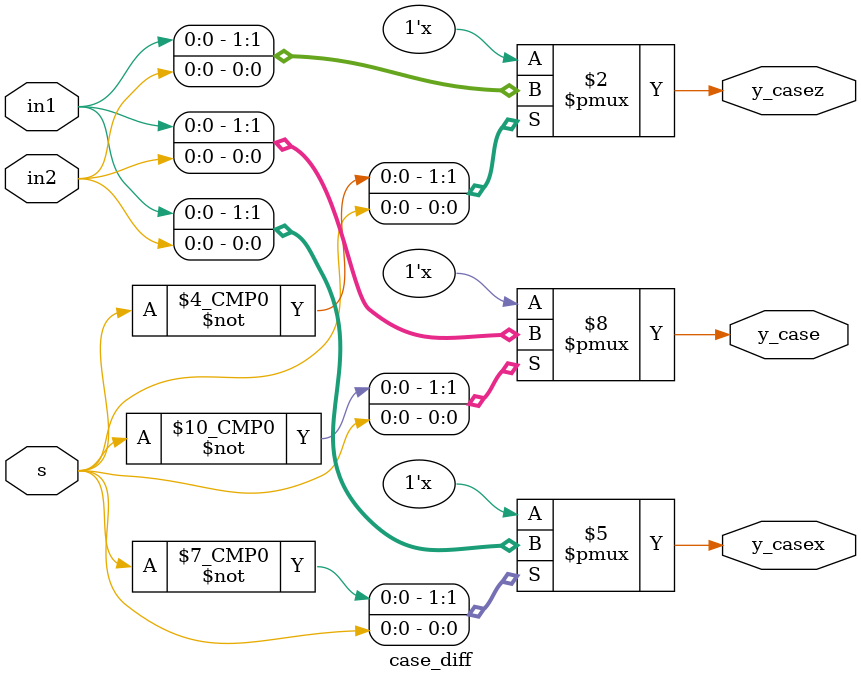
<source format=v>
module case_diff(
input in1,
input in2,
input s,
output reg y_case,
output reg y_casex,
output reg y_casez);
always@(*)begin
case(s)
1'b0 : y_case = in1;
1'b1 : y_case = in2;
default : y_case = 1'b1; 
endcase

casex(s)
1'b0 : y_casex = in1;
1'b1 : y_casex = in2;
default : y_casex = 1'b1;                                                                                                            endcase

casez(s)                                                                                                                           
1'b0 : y_casez = in1;
1'b1 : y_casez = in2;                                                                                                                default : y_casez = 1'b1;                                                                                                            endcase
end
endmodule   

</source>
